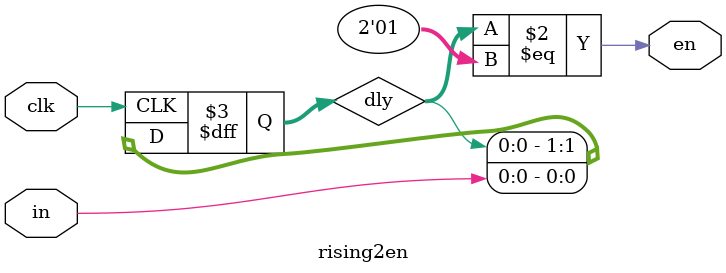
<source format=sv>
`timescale 1ns/10ps

module rising2en #( parameter SYNC_STG = 1 )(
    input wire clk,
    input wire in,
    output logic en
);
    logic [SYNC_STG : 0] dly;
    always@(posedge clk) begin
        dly <= {dly[SYNC_STG - 1 : 0], in};
    end
    assign en = (SYNC_STG ? dly[SYNC_STG -: 2] : {dly, in}) == 2'b01;
endmodule
</source>
